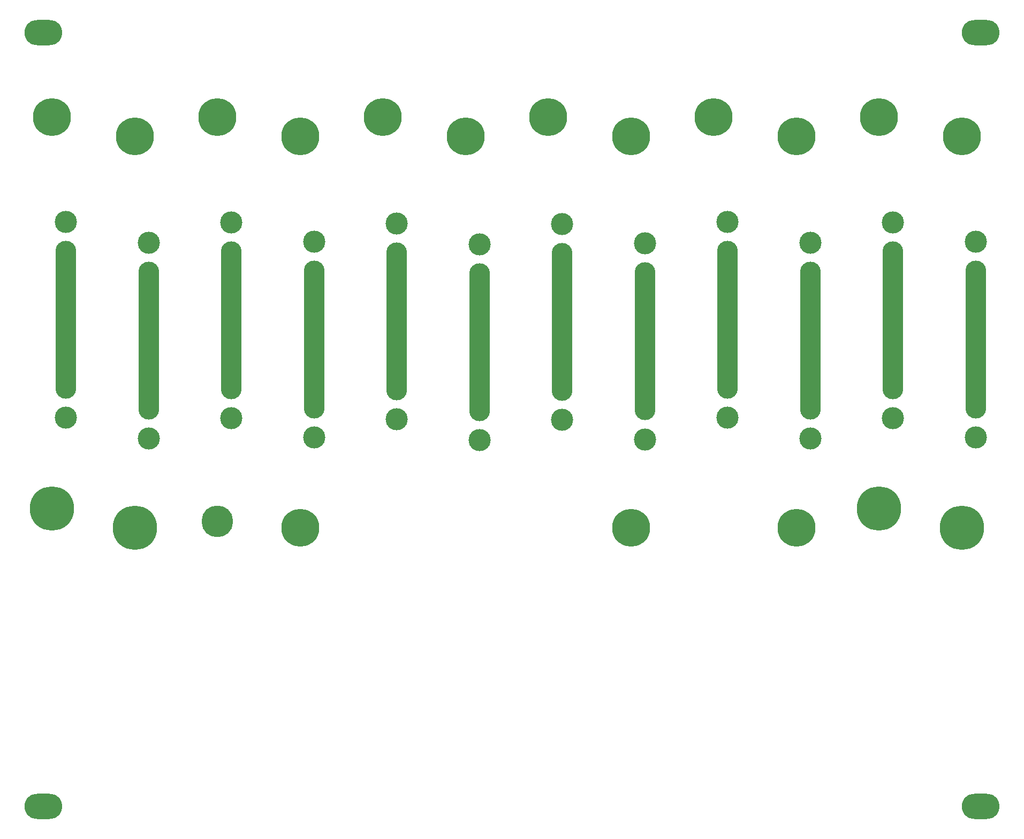
<source format=gbr>
%TF.GenerationSoftware,KiCad,Pcbnew,8.0.1*%
%TF.CreationDate,2024-04-30T18:25:33+02:00*%
%TF.ProjectId,Simple panel,53696d70-6c65-4207-9061-6e656c2e6b69,rev?*%
%TF.SameCoordinates,Original*%
%TF.FileFunction,Copper,L2,Bot*%
%TF.FilePolarity,Positive*%
%FSLAX46Y46*%
G04 Gerber Fmt 4.6, Leading zero omitted, Abs format (unit mm)*
G04 Created by KiCad (PCBNEW 8.0.1) date 2024-04-30 18:25:33*
%MOMM*%
%LPD*%
G01*
G04 APERTURE LIST*
%TA.AperFunction,ComponentPad*%
%ADD10C,3.500000*%
%TD*%
%TA.AperFunction,ComponentPad*%
%ADD11O,3.300000X25.000000*%
%TD*%
%TA.AperFunction,ComponentPad*%
%ADD12C,6.000000*%
%TD*%
%TA.AperFunction,ComponentPad*%
%ADD13O,6.000000X4.000000*%
%TD*%
%TA.AperFunction,ComponentPad*%
%ADD14C,7.000000*%
%TD*%
%TA.AperFunction,ComponentPad*%
%ADD15C,5.000000*%
%TD*%
G04 APERTURE END LIST*
D10*
%TO.P,REF\u002A\u002A,*%
%TO.N,*%
X183578399Y-62388600D03*
D11*
X183578399Y-77888600D03*
D10*
X183578399Y-93388600D03*
%TD*%
%TO.P,REF\u002A\u002A,*%
%TO.N,*%
X157416399Y-62261600D03*
D11*
X157416399Y-77761600D03*
D10*
X157416399Y-93261600D03*
%TD*%
%TO.P,REF\u002A\u002A,*%
%TO.N,*%
X196659399Y-65442600D03*
D11*
X196659399Y-80942600D03*
D10*
X196659399Y-96442600D03*
%TD*%
%TO.P,REF\u002A\u002A,*%
%TO.N,*%
X118173399Y-65829600D03*
D11*
X118173399Y-81329600D03*
D10*
X118173399Y-96829600D03*
%TD*%
D12*
%TO.P,REF\u002A\u002A,*%
%TO.N,*%
X168312999Y-110720000D03*
%TD*%
%TO.P,REF\u002A\u002A,*%
%TO.N,*%
X89826999Y-110720000D03*
%TD*%
%TO.P,REF\u002A\u002A,*%
%TO.N,*%
X194474999Y-48744000D03*
%TD*%
D13*
%TO.P,REF\u002A\u002A,*%
%TO.N,*%
X49187399Y-154823600D03*
%TD*%
D12*
%TO.P,REF\u002A\u002A,*%
%TO.N,*%
X76745999Y-45696000D03*
%TD*%
%TO.P,REF\u002A\u002A,*%
%TO.N,*%
X168312999Y-48744000D03*
%TD*%
D13*
%TO.P,REF\u002A\u002A,*%
%TO.N,*%
X49187399Y-32323600D03*
%TD*%
D12*
%TO.P,REF\u002A\u002A,*%
%TO.N,*%
X89826999Y-48744000D03*
%TD*%
%TO.P,REF\u002A\u002A,*%
%TO.N,*%
X102907999Y-45696000D03*
%TD*%
%TO.P,REF\u002A\u002A,*%
%TO.N,*%
X129069999Y-45696000D03*
%TD*%
D14*
%TO.P,REF\u002A\u002A,*%
%TO.N,*%
X50583999Y-107672000D03*
%TD*%
D10*
%TO.P,REF\u002A\u002A,*%
%TO.N,*%
X144335399Y-65702600D03*
D11*
X144335399Y-81202600D03*
D10*
X144335399Y-96702600D03*
%TD*%
%TO.P,REF\u002A\u002A,*%
%TO.N,*%
X78930399Y-62388600D03*
D11*
X78930399Y-77888600D03*
D10*
X78930399Y-93388600D03*
%TD*%
D14*
%TO.P,REF\u002A\u002A,*%
%TO.N,*%
X63664999Y-110720000D03*
%TD*%
D15*
%TO.P,,*%
%TO.N,*%
X76745999Y-109672000D03*
%TD*%
D10*
%TO.P,REF\u002A\u002A,*%
%TO.N,*%
X131254399Y-62648600D03*
D11*
X131254399Y-78148600D03*
D10*
X131254399Y-93648600D03*
%TD*%
D12*
%TO.P,REF\u002A\u002A,*%
%TO.N,*%
X142150999Y-48744000D03*
%TD*%
%TO.P,REF\u002A\u002A,*%
%TO.N,*%
X115988999Y-48744000D03*
%TD*%
D13*
%TO.P,REF\u002A\u002A,*%
%TO.N,*%
X197447399Y-154823600D03*
%TD*%
%TO.P,REF\u002A\u002A,*%
%TO.N,*%
X197447399Y-32323600D03*
%TD*%
D10*
%TO.P,REF\u002A\u002A,*%
%TO.N,*%
X65849399Y-65569600D03*
D11*
X65849399Y-81069600D03*
D10*
X65849399Y-96569600D03*
%TD*%
%TO.P,REF\u002A\u002A,*%
%TO.N,*%
X105092399Y-62521600D03*
D11*
X105092399Y-78021600D03*
D10*
X105092399Y-93521600D03*
%TD*%
D12*
%TO.P,REF\u002A\u002A,*%
%TO.N,*%
X181393999Y-45696000D03*
%TD*%
D10*
%TO.P,REF\u002A\u002A,*%
%TO.N,*%
X92011399Y-65442600D03*
D11*
X92011399Y-80942600D03*
D10*
X92011399Y-96442600D03*
%TD*%
D14*
%TO.P,REF\u002A\u002A,*%
%TO.N,*%
X194474999Y-110720000D03*
%TD*%
D12*
%TO.P,REF\u002A\u002A,*%
%TO.N,*%
X50583999Y-45696000D03*
%TD*%
%TO.P,REF\u002A\u002A,*%
%TO.N,*%
X142150999Y-110720000D03*
%TD*%
D14*
%TO.P,REF\u002A\u002A,*%
%TO.N,*%
X181393999Y-107672000D03*
%TD*%
D12*
%TO.P,REF\u002A\u002A,*%
%TO.N,*%
X155231999Y-45696000D03*
%TD*%
D10*
%TO.P,REF\u002A\u002A,*%
%TO.N,*%
X170497399Y-65569600D03*
D11*
X170497399Y-81069600D03*
D10*
X170497399Y-96569600D03*
%TD*%
%TO.P,REF\u002A\u002A,*%
%TO.N,*%
X52768399Y-62261600D03*
D11*
X52768399Y-77761600D03*
D10*
X52768399Y-93261600D03*
%TD*%
D12*
%TO.P,REF\u002A\u002A,*%
%TO.N,*%
X63664999Y-48744000D03*
%TD*%
M02*

</source>
